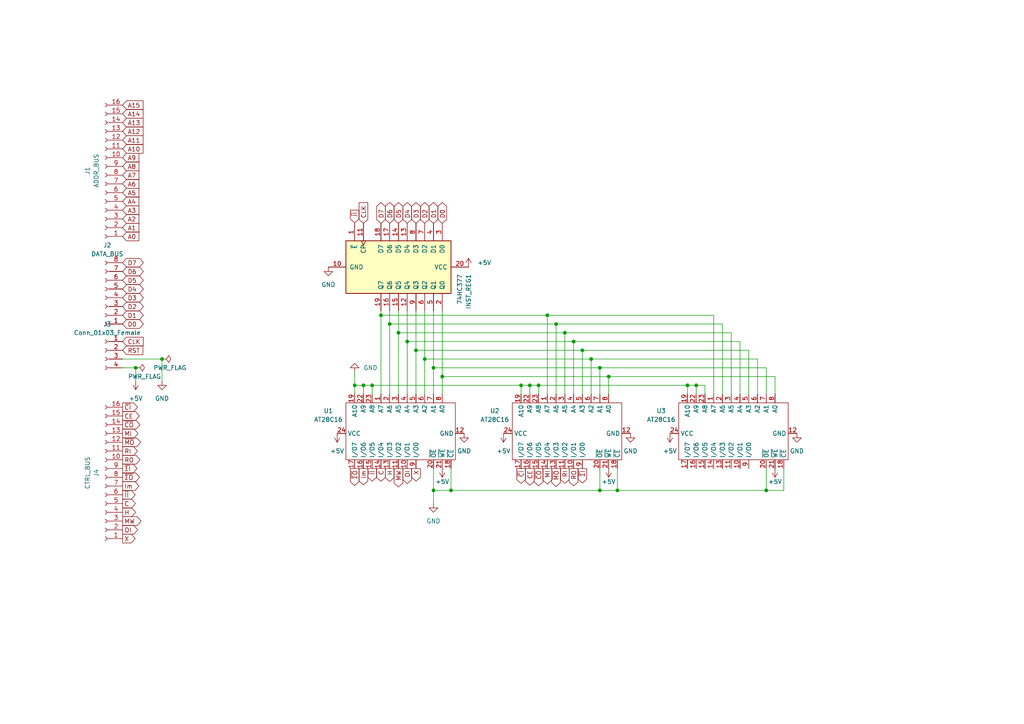
<source format=kicad_sch>
(kicad_sch (version 20211123) (generator eeschema)
  (paper "A4")
  (lib_symbols
    (symbol "74xx:74HC377" (pin_names (offset 1.016))
      (property "Reference" "U" (at -7.62 16.51 0))
      (property "Value" "74HC377" (at -7.62 -16.51 0))
      (symbol "74HC377_1_0"
        (pin input line (at -12.7 -12.7 0) (length 5.08) (name "~{E}") (number "1"))
        (pin power_in line (at 0 -20.32 90) (length 5.08) (name "GND") (number "10"))
        (pin input clock (at -12.7 -10.16 0) (length 5.08) (name "CP") (number "11"))
        (pin output line (at 12.7 2.54 180) (length 5.08) (name "Q4") (number "12"))
        (pin input line (at -12.7 2.54 0) (length 5.08) (name "D4") (number "13"))
        (pin input line (at -12.7 0 0) (length 5.08) (name "D5") (number "14"))
        (pin output line (at 12.7 0 180) (length 5.08) (name "Q5") (number "15"))
        (pin output line (at 12.7 -2.54 180) (length 5.08) (name "Q6") (number "16"))
        (pin input line (at -12.7 -2.54 0) (length 5.08) (name "D6") (number "17"))
        (pin input line (at -12.7 -5.08 0) (length 5.08) (name "D7") (number "18"))
        (pin output line (at 12.7 -5.08 180) (length 5.08) (name "Q7") (number "19"))
        (pin output line (at 12.7 12.7 180) (length 5.08) (name "Q0") (number "2"))
        (pin power_in line (at 0 20.32 270) (length 5.08) (name "VCC") (number "20"))
        (pin input line (at -12.7 12.7 0) (length 5.08) (name "D0") (number "3"))
        (pin input line (at -12.7 10.16 0) (length 5.08) (name "D1") (number "4"))
        (pin output line (at 12.7 10.16 180) (length 5.08) (name "Q1") (number "5"))
        (pin output line (at 12.7 7.62 180) (length 5.08) (name "Q2") (number "6"))
        (pin input line (at -12.7 7.62 0) (length 5.08) (name "D2") (number "7"))
        (pin input line (at -12.7 5.08 0) (length 5.08) (name "D3") (number "8"))
        (pin output line (at 12.7 5.08 180) (length 5.08) (name "Q3") (number "9"))
      )
      (symbol "74HC377_1_1"
        (rectangle (start -7.62 15.24) (end 7.62 -15.24) (stroke (width 0.254)) (fill (type background)))
      )
    )
    (symbol "AT28C16_1"
      (property "Reference" "U" (at 0 -3.81 90))
      (property "Value" "AT28C16_1" (at 2.54 -3.81 90))
      (symbol "AT28C16_1_0_1"
        (rectangle (start -5.08 11.43) (end 11.43 -20.32))
      )
      (symbol "AT28C16_1_1_1"
        (pin input line (at -7.62 1.27 0) (length 2.54) (name "A7") (number "1"))
        (pin tri_state line (at 13.97 -6.35 180) (length 2.54) (name "I/O1") (number "10"))
        (pin tri_state line (at 13.97 -3.81 180) (length 2.54) (name "I/O2") (number "11"))
        (pin power_in line (at 3.81 -22.86 90) (length 2.54) (name "GND") (number "12"))
        (pin tri_state line (at 13.97 -1.27 180) (length 2.54) (name "I/O3") (number "13"))
        (pin tri_state line (at 13.97 1.27 180) (length 2.54) (name "I/O4") (number "14"))
        (pin tri_state line (at 13.97 3.81 180) (length 2.54) (name "I/O5") (number "15"))
        (pin tri_state line (at 13.97 6.35 180) (length 2.54) (name "I/O6") (number "16"))
        (pin tri_state line (at 13.97 8.89 180) (length 2.54) (name "I/O7") (number "17"))
        (pin input line (at 13.97 -19.05 180) (length 2.54) (name "~{CE}") (number "18"))
        (pin input line (at -7.62 8.89 0) (length 2.54) (name "A10") (number "19"))
        (pin input line (at -7.62 -1.27 0) (length 2.54) (name "A6") (number "2"))
        (pin input line (at 13.97 -13.97 180) (length 2.54) (name "~{OE}") (number "20"))
        (pin input line (at 13.97 -16.51 180) (length 2.54) (name "~{WE}") (number "21"))
        (pin input line (at -7.62 6.35 0) (length 2.54) (name "A9") (number "22"))
        (pin input line (at -7.62 3.81 0) (length 2.54) (name "A8") (number "23"))
        (pin power_in line (at 3.81 13.97 270) (length 2.54) (name "VCC") (number "24"))
        (pin input line (at -7.62 -3.81 0) (length 2.54) (name "A5") (number "3"))
        (pin input line (at -7.62 -6.35 0) (length 2.54) (name "A4") (number "4"))
        (pin input line (at -7.62 -8.89 0) (length 2.54) (name "A3") (number "5"))
        (pin input line (at -7.62 -11.43 0) (length 2.54) (name "A2") (number "6"))
        (pin input line (at -7.62 -13.97 0) (length 2.54) (name "A1") (number "7"))
        (pin input line (at -7.62 -16.51 0) (length 2.54) (name "A0") (number "8"))
        (pin tri_state line (at 13.97 -8.89 180) (length 2.54) (name "I/O0") (number "9"))
      )
    )
    (symbol "Connector:Conn_01x04_Female" (pin_names (offset 1.016) hide)
      (property "Reference" "J" (at 0 5.08 0))
      (property "Value" "Conn_01x04_Female" (at 0 -7.62 0))
      (symbol "Conn_01x04_Female_1_1"
        (arc (start 0 -4.572) (mid -0.508 -5.08) (end 0 -5.588) (stroke (width 0.1524)))
        (arc (start 0 -2.032) (mid -0.508 -2.54) (end 0 -3.048) (stroke (width 0.1524)))
        (polyline (pts (xy -1.27 -5.08) (xy -0.508 -5.08)) (stroke (width 0.1524)))
        (polyline (pts (xy -1.27 -2.54) (xy -0.508 -2.54)) (stroke (width 0.1524)))
        (polyline (pts (xy -1.27 0) (xy -0.508 0)) (stroke (width 0.1524)))
        (polyline (pts (xy -1.27 2.54) (xy -0.508 2.54)) (stroke (width 0.1524)))
        (arc (start 0 0.508) (mid -0.508 0) (end 0 -0.508) (stroke (width 0.1524)))
        (arc (start 0 3.048) (mid -0.508 2.54) (end 0 2.032) (stroke (width 0.1524)))
        (pin passive line (at -5.08 2.54 0) (length 3.81) (name "Pin_1") (number "1"))
        (pin passive line (at -5.08 0 0) (length 3.81) (name "Pin_2") (number "2"))
        (pin passive line (at -5.08 -2.54 0) (length 3.81) (name "Pin_3") (number "3"))
        (pin passive line (at -5.08 -5.08 0) (length 3.81) (name "Pin_4") (number "4"))
      )
    )
    (symbol "Connector:Conn_01x08_Female" (pin_names (offset 1.016) hide)
      (property "Reference" "J" (at 0 10.16 0))
      (property "Value" "Conn_01x08_Female" (at 0 -12.7 0))
      (symbol "Conn_01x08_Female_1_1"
        (arc (start 0 -9.652) (mid -0.508 -10.16) (end 0 -10.668) (stroke (width 0.1524)))
        (arc (start 0 -7.112) (mid -0.508 -7.62) (end 0 -8.128) (stroke (width 0.1524)))
        (arc (start 0 -4.572) (mid -0.508 -5.08) (end 0 -5.588) (stroke (width 0.1524)))
        (arc (start 0 -2.032) (mid -0.508 -2.54) (end 0 -3.048) (stroke (width 0.1524)))
        (polyline (pts (xy -1.27 -10.16) (xy -0.508 -10.16)) (stroke (width 0.1524)))
        (polyline (pts (xy -1.27 -7.62) (xy -0.508 -7.62)) (stroke (width 0.1524)))
        (polyline (pts (xy -1.27 -5.08) (xy -0.508 -5.08)) (stroke (width 0.1524)))
        (polyline (pts (xy -1.27 -2.54) (xy -0.508 -2.54)) (stroke (width 0.1524)))
        (polyline (pts (xy -1.27 0) (xy -0.508 0)) (stroke (width 0.1524)))
        (polyline (pts (xy -1.27 2.54) (xy -0.508 2.54)) (stroke (width 0.1524)))
        (polyline (pts (xy -1.27 5.08) (xy -0.508 5.08)) (stroke (width 0.1524)))
        (polyline (pts (xy -1.27 7.62) (xy -0.508 7.62)) (stroke (width 0.1524)))
        (arc (start 0 0.508) (mid -0.508 0) (end 0 -0.508) (stroke (width 0.1524)))
        (arc (start 0 3.048) (mid -0.508 2.54) (end 0 2.032) (stroke (width 0.1524)))
        (arc (start 0 5.588) (mid -0.508 5.08) (end 0 4.572) (stroke (width 0.1524)))
        (arc (start 0 8.128) (mid -0.508 7.62) (end 0 7.112) (stroke (width 0.1524)))
        (pin passive line (at -5.08 7.62 0) (length 3.81) (name "Pin_1") (number "1"))
        (pin passive line (at -5.08 5.08 0) (length 3.81) (name "Pin_2") (number "2"))
        (pin passive line (at -5.08 2.54 0) (length 3.81) (name "Pin_3") (number "3"))
        (pin passive line (at -5.08 0 0) (length 3.81) (name "Pin_4") (number "4"))
        (pin passive line (at -5.08 -2.54 0) (length 3.81) (name "Pin_5") (number "5"))
        (pin passive line (at -5.08 -5.08 0) (length 3.81) (name "Pin_6") (number "6"))
        (pin passive line (at -5.08 -7.62 0) (length 3.81) (name "Pin_7") (number "7"))
        (pin passive line (at -5.08 -10.16 0) (length 3.81) (name "Pin_8") (number "8"))
      )
    )
    (symbol "Connector:Conn_01x16_Female" (pin_names (offset 1.016) hide)
      (property "Reference" "J" (at 0 20.32 0))
      (property "Value" "Conn_01x16_Female" (at 0 -22.86 0))
      (symbol "Conn_01x16_Female_1_1"
        (arc (start 0 -19.812) (mid -0.508 -20.32) (end 0 -20.828) (stroke (width 0.1524)))
        (arc (start 0 -17.272) (mid -0.508 -17.78) (end 0 -18.288) (stroke (width 0.1524)))
        (arc (start 0 -14.732) (mid -0.508 -15.24) (end 0 -15.748) (stroke (width 0.1524)))
        (arc (start 0 -12.192) (mid -0.508 -12.7) (end 0 -13.208) (stroke (width 0.1524)))
        (arc (start 0 -9.652) (mid -0.508 -10.16) (end 0 -10.668) (stroke (width 0.1524)))
        (arc (start 0 -7.112) (mid -0.508 -7.62) (end 0 -8.128) (stroke (width 0.1524)))
        (arc (start 0 -4.572) (mid -0.508 -5.08) (end 0 -5.588) (stroke (width 0.1524)))
        (arc (start 0 -2.032) (mid -0.508 -2.54) (end 0 -3.048) (stroke (width 0.1524)))
        (polyline (pts (xy -1.27 -20.32) (xy -0.508 -20.32)) (stroke (width 0.1524)))
        (polyline (pts (xy -1.27 -17.78) (xy -0.508 -17.78)) (stroke (width 0.1524)))
        (polyline (pts (xy -1.27 -15.24) (xy -0.508 -15.24)) (stroke (width 0.1524)))
        (polyline (pts (xy -1.27 -12.7) (xy -0.508 -12.7)) (stroke (width 0.1524)))
        (polyline (pts (xy -1.27 -10.16) (xy -0.508 -10.16)) (stroke (width 0.1524)))
        (polyline (pts (xy -1.27 -7.62) (xy -0.508 -7.62)) (stroke (width 0.1524)))
        (polyline (pts (xy -1.27 -5.08) (xy -0.508 -5.08)) (stroke (width 0.1524)))
        (polyline (pts (xy -1.27 -2.54) (xy -0.508 -2.54)) (stroke (width 0.1524)))
        (polyline (pts (xy -1.27 0) (xy -0.508 0)) (stroke (width 0.1524)))
        (polyline (pts (xy -1.27 2.54) (xy -0.508 2.54)) (stroke (width 0.1524)))
        (polyline (pts (xy -1.27 5.08) (xy -0.508 5.08)) (stroke (width 0.1524)))
        (polyline (pts (xy -1.27 7.62) (xy -0.508 7.62)) (stroke (width 0.1524)))
        (polyline (pts (xy -1.27 10.16) (xy -0.508 10.16)) (stroke (width 0.1524)))
        (polyline (pts (xy -1.27 12.7) (xy -0.508 12.7)) (stroke (width 0.1524)))
        (polyline (pts (xy -1.27 15.24) (xy -0.508 15.24)) (stroke (width 0.1524)))
        (polyline (pts (xy -1.27 17.78) (xy -0.508 17.78)) (stroke (width 0.1524)))
        (arc (start 0 0.508) (mid -0.508 0) (end 0 -0.508) (stroke (width 0.1524)))
        (arc (start 0 3.048) (mid -0.508 2.54) (end 0 2.032) (stroke (width 0.1524)))
        (arc (start 0 5.588) (mid -0.508 5.08) (end 0 4.572) (stroke (width 0.1524)))
        (arc (start 0 8.128) (mid -0.508 7.62) (end 0 7.112) (stroke (width 0.1524)))
        (arc (start 0 10.668) (mid -0.508 10.16) (end 0 9.652) (stroke (width 0.1524)))
        (arc (start 0 13.208) (mid -0.508 12.7) (end 0 12.192) (stroke (width 0.1524)))
        (arc (start 0 15.748) (mid -0.508 15.24) (end 0 14.732) (stroke (width 0.1524)))
        (arc (start 0 18.288) (mid -0.508 17.78) (end 0 17.272) (stroke (width 0.1524)))
        (pin passive line (at -5.08 17.78 0) (length 3.81) (name "Pin_1") (number "1"))
        (pin passive line (at -5.08 -5.08 0) (length 3.81) (name "Pin_10") (number "10"))
        (pin passive line (at -5.08 -7.62 0) (length 3.81) (name "Pin_11") (number "11"))
        (pin passive line (at -5.08 -10.16 0) (length 3.81) (name "Pin_12") (number "12"))
        (pin passive line (at -5.08 -12.7 0) (length 3.81) (name "Pin_13") (number "13"))
        (pin passive line (at -5.08 -15.24 0) (length 3.81) (name "Pin_14") (number "14"))
        (pin passive line (at -5.08 -17.78 0) (length 3.81) (name "Pin_15") (number "15"))
        (pin passive line (at -5.08 -20.32 0) (length 3.81) (name "Pin_16") (number "16"))
        (pin passive line (at -5.08 15.24 0) (length 3.81) (name "Pin_2") (number "2"))
        (pin passive line (at -5.08 12.7 0) (length 3.81) (name "Pin_3") (number "3"))
        (pin passive line (at -5.08 10.16 0) (length 3.81) (name "Pin_4") (number "4"))
        (pin passive line (at -5.08 7.62 0) (length 3.81) (name "Pin_5") (number "5"))
        (pin passive line (at -5.08 5.08 0) (length 3.81) (name "Pin_6") (number "6"))
        (pin passive line (at -5.08 2.54 0) (length 3.81) (name "Pin_7") (number "7"))
        (pin passive line (at -5.08 0 0) (length 3.81) (name "Pin_8") (number "8"))
        (pin passive line (at -5.08 -2.54 0) (length 3.81) (name "Pin_9") (number "9"))
      )
    )
    (symbol "power:+5V" (power) (pin_names (offset 0))
      (property "Value" "+5V" (at 0 3.556 0))
      (symbol "+5V_0_1"
        (polyline (pts (xy -0.762 1.27) (xy 0 2.54)))
        (polyline (pts (xy 0 0) (xy 0 2.54)))
        (polyline (pts (xy 0 2.54) (xy 0.762 1.27)))
      )
      (symbol "+5V_1_1"
        (pin power_in line (at 0 0 90) (length 0) hide (name "+5V") (number "1"))
      )
    )
    (symbol "power:GND" (power) (pin_names (offset 0))
      (property "Value" "GND" (at 0 -3.81 0))
      (symbol "GND_0_1"
        (polyline (pts (xy 0 0) (xy 0 -1.27) (xy 1.27 -1.27) (xy 0 -2.54) (xy -1.27 -1.27) (xy 0 -1.27)))
      )
      (symbol "GND_1_1"
        (pin power_in line (at 0 0 270) (length 0) hide (name "GND") (number "1"))
      )
    )
    (symbol "power:PWR_FLAG" (power) (pin_numbers hide) (pin_names (offset 0) hide)
      (property "Value" "PWR_FLAG" (at 0 3.81 0))
      (symbol "PWR_FLAG_0_0"
        (pin power_out line (at 0 0 90) (length 0) (name "pwr") (number "1"))
      )
      (symbol "PWR_FLAG_0_1"
        (polyline (pts (xy 0 0) (xy 0 1.27) (xy -1.016 1.905) (xy 0 2.54) (xy 1.016 1.905) (xy 0 1.27)))
      )
    )
  )
  (junction (at 158.75 91.44))
  (junction (at 199.39 111.76))
  (junction (at 113.03 93.98))
  (junction (at 125.73 142.24))
  (junction (at 102.87 111.76))
  (junction (at 161.29 93.98))
  (junction (at 130.81 142.24))
  (junction (at 222.25 142.24))
  (junction (at 176.53 109.22))
  (junction (at 39.37 106.68))
  (junction (at 107.95 111.76))
  (junction (at 46.99 104.14))
  (junction (at 120.65 101.6))
  (junction (at 118.11 99.06))
  (junction (at 128.27 109.22))
  (junction (at 179.07 142.24))
  (junction (at 201.93 111.76))
  (junction (at 151.13 111.76))
  (junction (at 163.83 96.52))
  (junction (at 123.19 104.14))
  (junction (at 173.99 142.24))
  (junction (at 105.41 111.76))
  (junction (at 168.91 101.6))
  (junction (at 125.73 106.68))
  (junction (at 156.21 111.76))
  (junction (at 166.37 99.06))
  (junction (at 171.45 104.14))
  (junction (at 115.57 96.52))
  (junction (at 153.67 111.76))
  (junction (at 110.49 91.44))
  (junction (at 173.99 106.68))
  (wire (pts (xy 227.33 142.24) (xy 227.33 135.89)))
  (wire (pts (xy 115.57 90.17) (xy 115.57 96.52)))
  (wire (pts (xy 161.29 93.98) (xy 161.29 114.3)))
  (wire (pts (xy 105.41 114.3) (xy 105.41 111.76)))
  (wire (pts (xy 209.55 93.98) (xy 209.55 114.3)))
  (wire (pts (xy 113.03 90.17) (xy 113.03 93.98)))
  (wire (pts (xy 123.19 104.14) (xy 123.19 114.3)))
  (wire (pts (xy 163.83 96.52) (xy 163.83 114.3)))
  (wire (pts (xy 173.99 142.24) (xy 173.99 135.89)))
  (wire (pts (xy 113.03 93.98) (xy 113.03 114.3)))
  (wire (pts (xy 222.25 142.24) (xy 222.25 135.89)))
  (wire (pts (xy 168.91 101.6) (xy 217.17 101.6)))
  (wire (pts (xy 128.27 109.22) (xy 128.27 114.3)))
  (wire (pts (xy 153.67 111.76) (xy 153.67 114.3)))
  (wire (pts (xy 171.45 104.14) (xy 219.71 104.14)))
  (wire (pts (xy 219.71 104.14) (xy 219.71 114.3)))
  (wire (pts (xy 115.57 96.52) (xy 163.83 96.52)))
  (wire (pts (xy 176.53 109.22) (xy 176.53 114.3)))
  (wire (pts (xy 39.37 106.68) (xy 39.37 110.49)))
  (wire (pts (xy 176.53 109.22) (xy 224.79 109.22)))
  (wire (pts (xy 156.21 111.76) (xy 156.21 114.3)))
  (wire (pts (xy 156.21 111.76) (xy 199.39 111.76)))
  (wire (pts (xy 118.11 99.06) (xy 166.37 99.06)))
  (wire (pts (xy 207.01 91.44) (xy 207.01 114.3)))
  (wire (pts (xy 35.56 106.68) (xy 39.37 106.68)))
  (wire (pts (xy 120.65 101.6) (xy 120.65 114.3)))
  (wire (pts (xy 123.19 90.17) (xy 123.19 104.14)))
  (wire (pts (xy 123.19 104.14) (xy 171.45 104.14)))
  (wire (pts (xy 110.49 91.44) (xy 110.49 114.3)))
  (wire (pts (xy 179.07 142.24) (xy 222.25 142.24)))
  (wire (pts (xy 115.57 96.52) (xy 115.57 114.3)))
  (wire (pts (xy 46.99 104.14) (xy 46.99 110.49)))
  (wire (pts (xy 130.81 135.89) (xy 130.81 142.24)))
  (wire (pts (xy 171.45 104.14) (xy 171.45 114.3)))
  (wire (pts (xy 158.75 91.44) (xy 207.01 91.44)))
  (wire (pts (xy 120.65 101.6) (xy 168.91 101.6)))
  (wire (pts (xy 107.95 111.76) (xy 151.13 111.76)))
  (wire (pts (xy 179.07 142.24) (xy 179.07 135.89)))
  (wire (pts (xy 224.79 109.22) (xy 224.79 114.3)))
  (wire (pts (xy 158.75 91.44) (xy 158.75 114.3)))
  (wire (pts (xy 102.87 107.95) (xy 102.87 111.76)))
  (wire (pts (xy 151.13 111.76) (xy 151.13 114.3)))
  (wire (pts (xy 222.25 106.68) (xy 222.25 114.3)))
  (wire (pts (xy 125.73 90.17) (xy 125.73 106.68)))
  (wire (pts (xy 151.13 111.76) (xy 153.67 111.76)))
  (wire (pts (xy 161.29 93.98) (xy 209.55 93.98)))
  (wire (pts (xy 130.81 142.24) (xy 173.99 142.24)))
  (wire (pts (xy 212.09 96.52) (xy 212.09 114.3)))
  (wire (pts (xy 199.39 111.76) (xy 201.93 111.76)))
  (wire (pts (xy 128.27 90.17) (xy 128.27 109.22)))
  (wire (pts (xy 199.39 111.76) (xy 199.39 114.3)))
  (wire (pts (xy 102.87 111.76) (xy 102.87 114.3)))
  (wire (pts (xy 166.37 99.06) (xy 214.63 99.06)))
  (wire (pts (xy 107.95 114.3) (xy 107.95 111.76)))
  (wire (pts (xy 120.65 90.17) (xy 120.65 101.6)))
  (wire (pts (xy 201.93 111.76) (xy 204.47 111.76)))
  (wire (pts (xy 222.25 142.24) (xy 227.33 142.24)))
  (wire (pts (xy 125.73 146.05) (xy 125.73 142.24)))
  (wire (pts (xy 125.73 142.24) (xy 125.73 135.89)))
  (wire (pts (xy 214.63 99.06) (xy 214.63 114.3)))
  (wire (pts (xy 163.83 96.52) (xy 212.09 96.52)))
  (wire (pts (xy 173.99 106.68) (xy 222.25 106.68)))
  (wire (pts (xy 128.27 109.22) (xy 176.53 109.22)))
  (wire (pts (xy 130.81 142.24) (xy 125.73 142.24)))
  (wire (pts (xy 166.37 99.06) (xy 166.37 114.3)))
  (wire (pts (xy 118.11 90.17) (xy 118.11 99.06)))
  (wire (pts (xy 204.47 111.76) (xy 204.47 114.3)))
  (wire (pts (xy 153.67 111.76) (xy 156.21 111.76)))
  (wire (pts (xy 113.03 93.98) (xy 161.29 93.98)))
  (wire (pts (xy 118.11 99.06) (xy 118.11 114.3)))
  (wire (pts (xy 107.95 111.76) (xy 105.41 111.76)))
  (wire (pts (xy 217.17 101.6) (xy 217.17 114.3)))
  (wire (pts (xy 110.49 90.17) (xy 110.49 91.44)))
  (wire (pts (xy 105.41 111.76) (xy 102.87 111.76)))
  (wire (pts (xy 201.93 111.76) (xy 201.93 114.3)))
  (wire (pts (xy 110.49 91.44) (xy 158.75 91.44)))
  (wire (pts (xy 173.99 142.24) (xy 179.07 142.24)))
  (wire (pts (xy 125.73 106.68) (xy 173.99 106.68)))
  (wire (pts (xy 173.99 106.68) (xy 173.99 114.3)))
  (wire (pts (xy 125.73 106.68) (xy 125.73 114.3)))
  (wire (pts (xy 35.56 104.14) (xy 46.99 104.14)))
  (wire (pts (xy 168.91 101.6) (xy 168.91 114.3)))
  (global_label "~{CI}" (shape output) (at 151.13 135.89 270) (property "Intersheet References" "${INTERSHEET_REFS}" (effects hide)))
  (global_label "MI" (shape output) (at 158.75 135.89 270) (property "Intersheet References" "${INTERSHEET_REFS}" (effects hide)))
  (global_label "RO" (shape output) (at 35.56 133.35 0) (property "Intersheet References" "${INTERSHEET_REFS}" (effects hide)))
  (global_label "A5" (shape input) (at 35.56 55.88 0) (property "Intersheet References" "${INTERSHEET_REFS}" (effects hide)))
  (global_label "~{ΣI}" (shape output) (at 35.56 135.89 0) (property "Intersheet References" "${INTERSHEET_REFS}" (effects hide)))
  (global_label "OI" (shape output) (at 35.56 153.67 0) (property "Intersheet References" "${INTERSHEET_REFS}" (effects hide)))
  (global_label "A1" (shape input) (at 35.56 66.04 0) (property "Intersheet References" "${INTERSHEET_REFS}" (effects hide)))
  (global_label "~{ΣI}" (shape output) (at 168.91 135.89 270) (property "Intersheet References" "${INTERSHEET_REFS}" (effects hide)))
  (global_label "D0" (shape tri_state) (at 128.27 64.77 90) (property "Intersheet References" "${INTERSHEET_REFS}" (effects hide)))
  (global_label "Im" (shape output) (at 105.41 135.89 270) (property "Intersheet References" "${INTERSHEET_REFS}" (effects hide)))
  (global_label "A13" (shape input) (at 35.56 35.56 0) (property "Intersheet References" "${INTERSHEET_REFS}" (effects hide)))
  (global_label "RST" (shape input) (at 35.56 101.6 0) (property "Intersheet References" "${INTERSHEET_REFS}" (effects hide)))
  (global_label "A8" (shape input) (at 35.56 48.26 0) (property "Intersheet References" "${INTERSHEET_REFS}" (effects hide)))
  (global_label "D7" (shape tri_state) (at 35.56 76.2 0) (property "Intersheet References" "${INTERSHEET_REFS}" (effects hide)))
  (global_label "~{II}" (shape output) (at 35.56 143.51 0) (property "Intersheet References" "${INTERSHEET_REFS}" (effects hide)))
  (global_label "RO" (shape output) (at 166.37 135.89 270) (property "Intersheet References" "${INTERSHEET_REFS}" (effects hide)))
  (global_label "CLK" (shape input) (at 105.41 64.77 90) (property "Intersheet References" "${INTERSHEET_REFS}" (effects hide)))
  (global_label "C" (shape output) (at 35.56 146.05 0) (property "Intersheet References" "${INTERSHEET_REFS}" (effects hide)))
  (global_label "D2" (shape tri_state) (at 35.56 88.9 0) (property "Intersheet References" "${INTERSHEET_REFS}" (effects hide)))
  (global_label "H" (shape output) (at 113.03 135.89 270) (property "Intersheet References" "${INTERSHEET_REFS}" (effects hide)))
  (global_label "A3" (shape input) (at 35.56 60.96 0) (property "Intersheet References" "${INTERSHEET_REFS}" (effects hide)))
  (global_label "CE" (shape output) (at 153.67 135.89 270) (property "Intersheet References" "${INTERSHEET_REFS}" (effects hide)))
  (global_label "D1" (shape tri_state) (at 125.73 64.77 90) (property "Intersheet References" "${INTERSHEET_REFS}" (effects hide)))
  (global_label "A10" (shape input) (at 35.56 43.18 0) (property "Intersheet References" "${INTERSHEET_REFS}" (effects hide)))
  (global_label "~{CO}" (shape output) (at 35.56 123.19 0) (property "Intersheet References" "${INTERSHEET_REFS}" (effects hide)))
  (global_label "~{ΣO}" (shape output) (at 102.87 135.89 270) (property "Intersheet References" "${INTERSHEET_REFS}" (effects hide)))
  (global_label "X" (shape output) (at 35.56 156.21 0) (property "Intersheet References" "${INTERSHEET_REFS}" (effects hide)))
  (global_label "Im" (shape output) (at 35.56 140.97 0) (property "Intersheet References" "${INTERSHEET_REFS}" (effects hide)))
  (global_label "D5" (shape tri_state) (at 35.56 81.28 0) (property "Intersheet References" "${INTERSHEET_REFS}" (effects hide)))
  (global_label "A0" (shape input) (at 35.56 68.58 0) (property "Intersheet References" "${INTERSHEET_REFS}" (effects hide)))
  (global_label "OI" (shape output) (at 118.11 135.89 270) (property "Intersheet References" "${INTERSHEET_REFS}" (effects hide)))
  (global_label "A11" (shape input) (at 35.56 40.64 0) (property "Intersheet References" "${INTERSHEET_REFS}" (effects hide)))
  (global_label "D0" (shape tri_state) (at 35.56 93.98 0) (property "Intersheet References" "${INTERSHEET_REFS}" (effects hide)))
  (global_label "CE" (shape output) (at 35.56 120.65 0) (property "Intersheet References" "${INTERSHEET_REFS}" (effects hide)))
  (global_label "MI" (shape output) (at 35.56 125.73 0) (property "Intersheet References" "${INTERSHEET_REFS}" (effects hide)))
  (global_label "D3" (shape tri_state) (at 120.65 64.77 90) (property "Intersheet References" "${INTERSHEET_REFS}" (effects hide)))
  (global_label "D5" (shape tri_state) (at 115.57 64.77 90) (property "Intersheet References" "${INTERSHEET_REFS}" (effects hide)))
  (global_label "RI" (shape output) (at 163.83 135.89 270) (property "Intersheet References" "${INTERSHEET_REFS}" (effects hide)))
  (global_label "C" (shape output) (at 110.49 135.89 270) (property "Intersheet References" "${INTERSHEET_REFS}" (effects hide)))
  (global_label "~{II}" (shape output) (at 107.95 135.89 270) (property "Intersheet References" "${INTERSHEET_REFS}" (effects hide)))
  (global_label "A9" (shape input) (at 35.56 45.72 0) (property "Intersheet References" "${INTERSHEET_REFS}" (effects hide)))
  (global_label "D4" (shape tri_state) (at 118.11 64.77 90) (property "Intersheet References" "${INTERSHEET_REFS}" (effects hide)))
  (global_label "A7" (shape input) (at 35.56 50.8 0) (property "Intersheet References" "${INTERSHEET_REFS}" (effects hide)))
  (global_label "A6" (shape input) (at 35.56 53.34 0) (property "Intersheet References" "${INTERSHEET_REFS}" (effects hide)))
  (global_label "D1" (shape tri_state) (at 35.56 91.44 0) (property "Intersheet References" "${INTERSHEET_REFS}" (effects hide)))
  (global_label "~{MO}" (shape output) (at 35.56 128.27 0) (property "Intersheet References" "${INTERSHEET_REFS}" (effects hide)))
  (global_label "D7" (shape tri_state) (at 110.49 64.77 90) (property "Intersheet References" "${INTERSHEET_REFS}" (effects hide)))
  (global_label "~{MO}" (shape output) (at 161.29 135.89 270) (property "Intersheet References" "${INTERSHEET_REFS}" (effects hide)))
  (global_label "A14" (shape input) (at 35.56 33.02 0) (property "Intersheet References" "${INTERSHEET_REFS}" (effects hide)))
  (global_label "D6" (shape tri_state) (at 35.56 78.74 0) (property "Intersheet References" "${INTERSHEET_REFS}" (effects hide)))
  (global_label "D4" (shape tri_state) (at 35.56 83.82 0) (property "Intersheet References" "${INTERSHEET_REFS}" (effects hide)))
  (global_label "H" (shape output) (at 35.56 148.59 0) (property "Intersheet References" "${INTERSHEET_REFS}" (effects hide)))
  (global_label "~{CI}" (shape output) (at 35.56 118.11 0) (property "Intersheet References" "${INTERSHEET_REFS}" (effects hide)))
  (global_label "X" (shape output) (at 120.65 135.89 270) (property "Intersheet References" "${INTERSHEET_REFS}" (effects hide)))
  (global_label "A2" (shape input) (at 35.56 63.5 0) (property "Intersheet References" "${INTERSHEET_REFS}" (effects hide)))
  (global_label "A4" (shape input) (at 35.56 58.42 0) (property "Intersheet References" "${INTERSHEET_REFS}" (effects hide)))
  (global_label "D6" (shape tri_state) (at 113.03 64.77 90) (property "Intersheet References" "${INTERSHEET_REFS}" (effects hide)))
  (global_label "CLK" (shape input) (at 35.56 99.06 0) (property "Intersheet References" "${INTERSHEET_REFS}" (effects hide)))
  (global_label "D3" (shape tri_state) (at 35.56 86.36 0) (property "Intersheet References" "${INTERSHEET_REFS}" (effects hide)))
  (global_label "D2" (shape tri_state) (at 123.19 64.77 90) (property "Intersheet References" "${INTERSHEET_REFS}" (effects hide)))
  (global_label "A12" (shape input) (at 35.56 38.1 0) (property "Intersheet References" "${INTERSHEET_REFS}" (effects hide)))
  (global_label "~{II}" (shape output) (at 102.87 60.96 270) (property "Intersheet References" "${INTERSHEET_REFS}" (effects hide)))
  (global_label "A15" (shape input) (at 35.56 30.48 0) (property "Intersheet References" "${INTERSHEET_REFS}" (effects hide)))
  (global_label "MW" (shape output) (at 35.56 151.13 0) (property "Intersheet References" "${INTERSHEET_REFS}" (effects hide)))
  (global_label "MW" (shape output) (at 115.57 135.89 270) (property "Intersheet References" "${INTERSHEET_REFS}" (effects hide)))
  (global_label "RI" (shape output) (at 35.56 130.81 0) (property "Intersheet References" "${INTERSHEET_REFS}" (effects hide)))
  (global_label "~{CO}" (shape output) (at 156.21 135.89 270) (property "Intersheet References" "${INTERSHEET_REFS}" (effects hide)))
  (global_label "~{ΣO}" (shape output) (at 35.56 138.43 0) (property "Intersheet References" "${INTERSHEET_REFS}" (effects hide)))
  (symbol (lib_id "power:PWR_FLAG") (at 46.99 104.14 270) (unit 1)
    (property "Reference" "#FLG02" (effects hide))
    (property "Value" "PWR_FLAG" (at 44.45 106.68 90) (effects (justify left)))
  )
  (symbol (lib_id "power:GND") (at 102.87 107.95 180) (unit 1)
    (property "Reference" "#PWR05" (effects hide))
    (property "Value" "GND" (at 105.41 106.6799 0) (effects (justify right)))
  )
  (symbol (lib_id "74xx:74HC377") (at 115.57 77.47 270) (unit 1)
    (property "Reference" "INST_REG1" (at 135.89 79.4894 0) (effects (justify left)))
    (property "Value" "74HC377" (at 133.35 79.4894 0) (effects (justify left)))
    (property "Footprint" "Package_DIP:DIP-20_W7.62mm_Socket" (effects hide))
    (property "Datasheet" "http://www.ti.com/lit/gpn/sn74LS377" (effects hide))
  )
  (symbol (lib_id "power:GND") (at 182.88 125.73 0) (unit 1)
    (property "Reference" "#PWR012" (effects hide))
    (property "Value" "GND" (at 182.88 130.81 0))
  )
  (symbol (lib_id "power:GND") (at 46.99 110.49 0) (unit 1)
    (property "Reference" "#PWR02" (effects hide))
    (property "Value" "GND" (at 46.99 115.57 0))
  )
  (symbol (lib_id "Connector:Conn_01x16_Female") (at 30.48 138.43 180) (unit 1)
    (property "Reference" "J4" (at 27.94 137.16 90))
    (property "Value" "CTRL_BUS" (at 25.4 137.16 90))
    (property "Footprint" "Connector_PinSocket_2.54mm:PinSocket_1x16_P2.54mm_Vertical" (effects hide))
  )
  (symbol (lib_id "power:GND") (at 125.73 146.05 0) (unit 1)
    (property "Reference" "#PWR06" (effects hide))
    (property "Value" "GND" (at 125.73 151.13 0))
  )
  (symbol (lib_id "Connector:Conn_01x16_Female") (at 30.48 50.8 180) (unit 1)
    (property "Reference" "J1" (at 25.4 49.53 90))
    (property "Value" "ADDR_BUS" (at 27.94 49.53 90))
    (property "Footprint" "Connector_PinSocket_2.54mm:PinSocket_1x16_P2.54mm_Vertical" (effects hide))
  )
  (symbol (lib_id "power:+5V") (at 176.53 135.89 180) (unit 1)
    (property "Reference" "#PWR011" (effects hide))
    (property "Value" "+5V" (at 176.53 139.7 0))
  )
  (symbol (lib_name "AT28C16_1") (lib_id "Memory_EEPROM:AT28C16") (at 208.28 121.92 90) (mirror x) (unit 1)
    (property "Reference" "U3" (at 191.77 119.1512 90))
    (property "Value" "AT28C16" (at 191.77 121.6912 90))
    (property "Footprint" "Package_DIP:DIP-24_W15.24mm_Socket" (effects hide))
    (property "Datasheet" "http://cva.stanford.edu/classes/cs99s/datasheets/at28c16.pdf" (effects hide))
  )
  (symbol (lib_id "Connector:Conn_01x04_Female") (at 30.48 101.6 0) (mirror y) (unit 1)
    (property "Reference" "J3" (at 31.115 93.98 0))
    (property "Value" "Conn_01x03_Female" (at 31.115 96.52 0))
    (property "Footprint" "Connector_PinSocket_2.54mm:PinSocket_1x04_P2.54mm_Vertical" (effects hide))
  )
  (symbol (lib_name "AT28C16_1") (lib_id "Memory_EEPROM:AT28C16") (at 160.02 121.92 90) (mirror x) (unit 1)
    (property "Reference" "U2" (at 143.51 119.1512 90))
    (property "Value" "AT28C16" (at 143.51 121.6912 90))
    (property "Footprint" "Package_DIP:DIP-24_W15.24mm_Socket" (effects hide))
    (property "Datasheet" "http://cva.stanford.edu/classes/cs99s/datasheets/at28c16.pdf" (effects hide))
  )
  (symbol (lib_id "power:GND") (at 134.62 125.73 0) (unit 1)
    (property "Reference" "#PWR08" (effects hide))
    (property "Value" "GND" (at 134.62 130.81 0))
  )
  (symbol (lib_id "Connector:Conn_01x08_Female") (at 30.48 86.36 180) (unit 1)
    (property "Reference" "J2" (at 31.115 71.12 0))
    (property "Value" "DATA_BUS" (at 31.115 73.66 0))
    (property "Footprint" "Connector_PinSocket_2.54mm:PinSocket_1x08_P2.54mm_Vertical" (effects hide))
  )
  (symbol (lib_id "power:PWR_FLAG") (at 39.37 106.68 270) (unit 1)
    (property "Reference" "#FLG01" (effects hide))
    (property "Value" "PWR_FLAG" (at 41.91 109.22 90))
  )
  (symbol (lib_id "power:+5V") (at 194.31 125.73 180) (unit 1)
    (property "Reference" "#PWR013" (effects hide))
    (property "Value" "+5V" (at 194.31 130.81 0))
  )
  (symbol (lib_id "power:GND") (at 95.25 77.47 0) (unit 1)
    (property "Reference" "#PWR03" (effects hide))
    (property "Value" "GND" (at 95.25 82.55 0))
  )
  (symbol (lib_id "power:+5V") (at 146.05 125.73 180) (unit 1)
    (property "Reference" "#PWR010" (effects hide))
    (property "Value" "+5V" (at 146.05 130.81 0))
  )
  (symbol (lib_id "power:+5V") (at 97.79 125.73 180) (unit 1)
    (property "Reference" "#PWR04" (effects hide))
    (property "Value" "+5V" (at 97.79 130.81 0))
  )
  (symbol (lib_id "power:+5V") (at 128.27 135.89 180) (unit 1)
    (property "Reference" "#PWR07" (effects hide))
    (property "Value" "+5V" (at 128.27 139.7 0))
  )
  (symbol (lib_id "power:+5V") (at 224.79 135.89 180) (unit 1)
    (property "Reference" "#PWR014" (effects hide))
    (property "Value" "+5V" (at 224.79 139.7 0))
  )
  (symbol (lib_id "power:GND") (at 231.14 125.73 0) (unit 1)
    (property "Reference" "#PWR015" (effects hide))
    (property "Value" "GND" (at 231.14 130.81 0))
  )
  (symbol (lib_id "power:+5V") (at 39.37 110.49 180) (unit 1)
    (property "Reference" "#PWR01" (effects hide))
    (property "Value" "+5V" (at 39.37 115.57 0))
  )
  (symbol (lib_name "AT28C16_1") (lib_id "Memory_EEPROM:AT28C16") (at 111.76 121.92 90) (mirror x) (unit 1)
    (property "Reference" "U1" (at 95.25 119.1512 90))
    (property "Value" "AT28C16" (at 95.25 121.6912 90))
    (property "Footprint" "Package_DIP:DIP-24_W15.24mm_Socket" (effects hide))
    (property "Datasheet" "http://cva.stanford.edu/classes/cs99s/datasheets/at28c16.pdf" (effects hide))
  )
  (symbol (lib_id "power:+5V") (at 135.89 77.47 0) (unit 1)
    (property "Reference" "#PWR09" (effects hide))
    (property "Value" "+5V" (at 138.43 76.1999 0) (effects (justify left)))
  )
)
</source>
